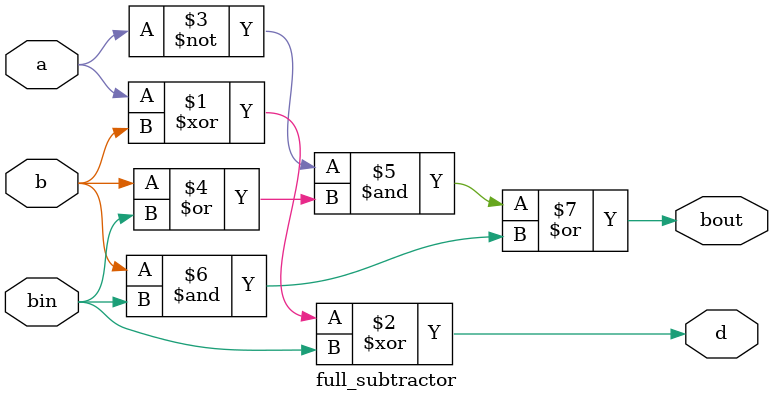
<source format=v>
module full_subtractor (
    input wire a, 
    input wire b, 
    input wire bin, // Borrow in
    output wire d, // Difference
    output wire bout // Borrow out
);
    
    assign d = a ^ b ^ bin; // Difference calculation
    assign bout = (~a & (b | bin)) | (b & bin); // Borrow out calculation
    
endmodule
</source>
